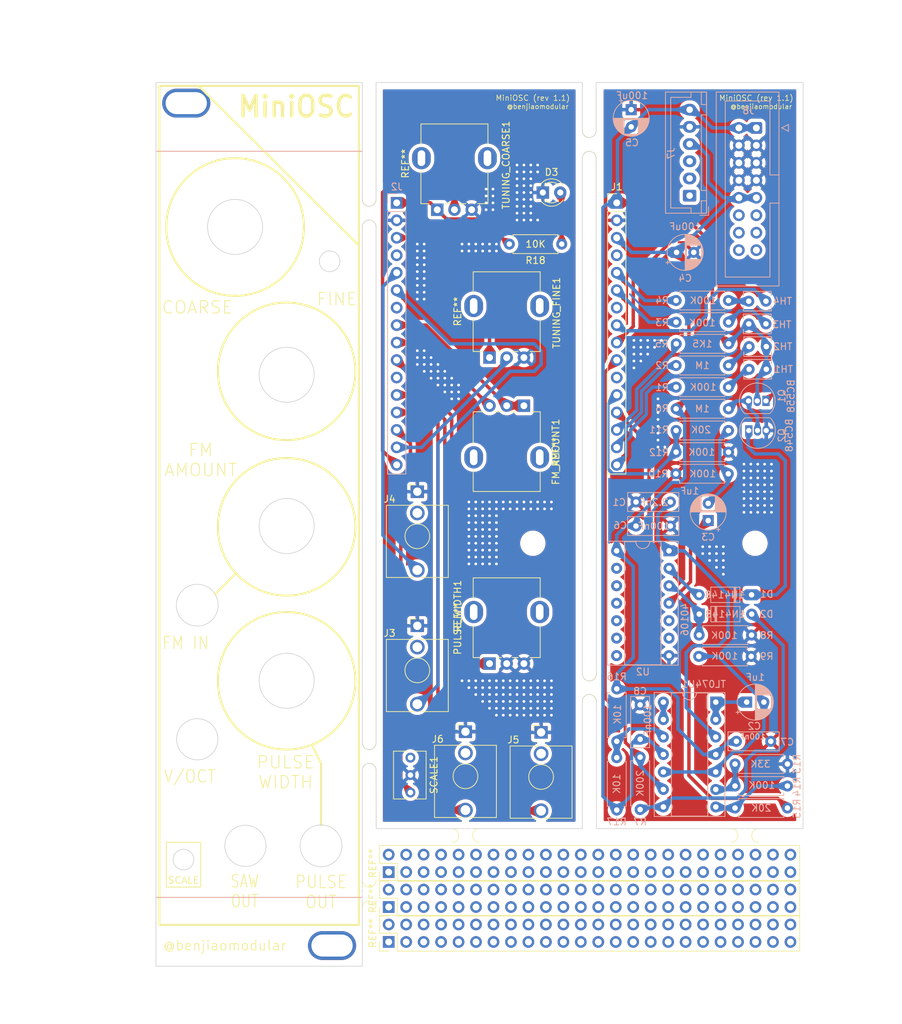
<source format=kicad_pcb>
(kicad_pcb (version 20221018) (generator pcbnew)
  (layers (0 "F.Cu" signal) (31 "B.Cu" signal) (34 "B.Paste" user) (35 "F.Paste" user) (36 "B.SilkS" user "B.Silkscreen") (37 "F.SilkS" user "F.Silkscreen") (38 "B.Mask" user) (39 "F.Mask" user) (44 "Edge.Cuts" user))
  (net 0 "")
  (net 1 "Earth")
  (net 2 "Net-(C1-Pad1)")
  (net 3 "Net-(C2-Pad2)")
  (net 4 "Net-(C2-Pad1)")
  (net 5 "Net-(C3-Pad1)")
  (net 6 "Net-(C3-Pad2)")
  (net 7 "+12V")
  (net 8 "-12V")
  (net 9 "Net-(D1-Pad2)")
  (net 10 "Net-(D2-Pad2)")
  (net 11 "Net-(D2-Pad1)")
  (net 12 "GND1")
  (net 13 "Net-(D3-Pad2)")
  (net 14 "/FrontPanel/FP_FM_AMT_P2")
  (net 15 "/FrontPanel/FP_FM_AMT_P3")
  (net 16 "Net-(J1-Pad16)")
  (net 17 "Net-(J1-Pad15)")
  (net 18 "SCALE")
  (net 19 "Net-(J1-Pad6)")
  (net 20 "Net-(J1-Pad5)")
  (net 21 "FP_12V_NEG")
  (net 22 "/FrontPanel/FP_12V_POS")
  (net 23 "/FrontPanel/FP_FM_IN")
  (net 24 "/FrontPanel/FP_V_OCT_IN")
  (net 25 "/FrontPanel/FP_SCALE")
  (net 26 "/FrontPanel/FP_FINE")
  (net 27 "/FrontPanel/FP_COARSE")
  (net 28 "PULSE_OUT")
  (net 29 "SAW_OUT")
  (net 30 "/FrontPanel/FP_PULSE_WIDTH")
  (net 31 "Net-(Q1-Pad3)")
  (net 32 "Net-(R1-Pad1)")
  (net 33 "Net-(R2-Pad1)")
  (net 34 "Net-(R3-Pad1)")
  (net 35 "Net-(R4-Pad1)")
  (net 36 "Net-(R13-Pad1)")
  (net 37 "Net-(R14-Pad2)")
  (net 38 "Net-(R16-Pad1)")
  (net 39 "Net-(U1-Pad13)")
  (net 40 "FM_AMT_P2")
  (net 41 "FM_AMT_P3")
  (net 42 "PULSE_WIDTH")
  (net 43 "/FrontPanel/FP_SAW_OUT")
  (net 44 "/FrontPanel/FP_PULSE_OUT")
  (net 45 "Net-(J8-Pad11)")
  (net 46 "Net-(J8-Pad13)")
  (net 47 "Net-(J8-Pad15)")
  (footprint "benjiaomodular:Potentiometer_RV09" (layer "F.Cu") (at 88.5 85 90)
    (fp_text reference "TUNING_FINE1")
    (fp_text value "100K")
  )
  (footprint "benjiaomodular:Potentiometer_RV09" (layer "F.Cu") (at 80.9 63.5 90)
    (fp_text reference "TUNING_COARSE1")
    (fp_text value "100K")
  )
  (footprint "Potentiometer_THT:Potentiometer_Bourns_3266Y_Vertical" (layer "F.Cu") (at 77 148.25 -90)
    (fp_text reference "SCALE1")
    (fp_text value "1K")
  )
  (footprint "Connector_Audio:Jack_3.5mm_QingPu_WQP-PJ398SM_Vertical_CircularHoles" (layer "F.Cu") (at 85 139.4)
    (fp_text reference "J6")
    (fp_text value "SAW_OUT")
  )
  (footprint "Connector_Audio:Jack_3.5mm_QingPu_WQP-PJ398SM_Vertical_CircularHoles" (layer "F.Cu") (at 96 139.5)
    (fp_text reference "J5")
    (fp_text value "PULSE_OUT")
  )
  (footprint "Connector_Audio:Jack_3.5mm_QingPu_WQP-PJ398SM_Vertical_CircularHoles" (layer "F.Cu") (at 78 104.5)
    (fp_text reference "J4")
    (fp_text value "FM_IN")
  )
  (footprint "Connector_Audio:Jack_3.5mm_QingPu_WQP-PJ398SM_Vertical_CircularHoles" (layer "F.Cu") (at 78 124)
    (fp_text reference "J3")
    (fp_text value "V_OCT_IN")
  )
  (footprint "benjiaomodular:Potentiometer_RV09" (layer "F.Cu") (at 93.5 92 -90)
    (fp_text reference "FM_AMOUNT1")
    (fp_text value "1M")
  )
  (footprint "benjiaomodular:Potentiometer_RV09" (layer "F.Cu") (at 88.5 129.5 90)
    (fp_text reference "PULSE_WIDTH1")
    (fp_text value "100K")
  )
  (footprint "LED_THT:LED_D3.0mm" (layer "F.Cu") (at 96.25 61)
    (fp_text reference "D3")
    (fp_text value "LED")
  )
  (footprint "Resistor_THT:R_Axial_DIN0207_L6.3mm_D2.5mm_P7.62mm_Horizontal" (layer "F.Cu") (at 99 68.5 180)
    (fp_text reference "R18")
    (fp_text value "10K")
  )
  (footprint "Connector_PinHeader_2.54mm:PinHeader_1x16_P2.54mm_Vertical" (layer "F.Cu") (at 107 62.5)
    (fp_text reference "J1")
    (fp_text value "Conn_01x16_Female")
  )
  (footprint "Panelization:mouse-bite-2mm-slot" (layer "F.Cu") (at 71 64 90)
    (fp_text reference "mouse-bite-2mm-slot" hide)
    (fp_text value "VAL**" hide)
  )
  (footprint "MountingHole:MountingHole_3.2mm_M3" (layer "F.Cu") (at 127.1 112)
    (fp_text reference "REF**" hide)
    (fp_text value "MountingHole_3.2mm_M3")
  )
  (footprint "MountingHole:MountingHole_3.2mm_M3" (layer "F.Cu") (at 94.8 112)
    (fp_text reference "REF**" hide)
    (fp_text value "MountingHole_3.2mm_M3")
  )
  (footprint "Panelization:mouse-bite-2mm-slot" (layer "F.Cu") (at 71 143 90)
    (fp_text reference "mouse-bite-2mm-slot" hide)
    (fp_text value "VAL**" hide)
  )
  (footprint "Panelization:mouse-bite-2mm-slot" (layer "F.Cu") (at 103 133 90)
    (fp_text reference "mouse-bite-2mm-slot" hide)
    (fp_text value "VAL**" hide)
  )
  (footprint "benjiaomodular:MountingHole_M3" (layer "F.Cu") (at 44.4 48)
    (fp_text reference "REF**")
    (fp_text value "MountingHole_M3")
  )
  (footprint "benjiaomodular:MountingHole_M3" (layer "F.Cu") (at 65.6 170.5)
    (fp_text reference "REF**")
    (fp_text value "MountingHole_M3")
  )
  (footprint "Panelization:mouse-bite-2mm-slot" (layer "F.Cu") (at 125.6272 154.4962 180)
    (fp_text reference "mouse-bite-2mm-slot" hide)
    (fp_text value "VAL**" hide)
  )
  (footprint "Panelization:mouse-bite-2mm-slot" (layer "F.Cu") (at 85.0272 154.4962 180)
    (fp_text reference "mouse-bite-2mm-slot" hide)
    (fp_text value "VAL**" hide)
  )
  (footprint "Panelization:mouse-bite-2mm-slot" (layer "F.Cu") (at 71 162.99 90)
    (fp_text reference "mouse-bite-2mm-slot" hide)
    (fp_text value "VAL**" hide)
  )
  (footprint "Panelization:mouse-bite-2mm-slot" (layer "F.Cu") (at 103 54 90)
    (fp_text reference "mouse-bite-2mm-slot" hide)
    (fp_text value "VAL**" hide)
  )
  (footprint "Connector_PinHeader_2.54mm:PinHeader_2x24_P2.54mm_Vertical" (layer "F.Cu") (at 73.8378 164.8968 90)
    (fp_text reference "REF**")
    (fp_text value "PinHeader_2x24_P2.54mm_Vertical")
  )
  (footprint "Connector_PinHeader_2.54mm:PinHeader_2x24_P2.54mm_Vertical" (layer "F.Cu") (at 73.8378 159.8168 90)
    (fp_text reference "REF**")
    (fp_text value "PinHeader_2x24_P2.54mm_Vertical")
  )
  (footprint "Connector_PinHeader_2.54mm:PinHeader_2x24_P2.54mm_Vertical" (layer "F.Cu") (at 73.8378 169.9768 90)
    (fp_text reference "REF**")
    (fp_text value "PinHeader_2x24_P2.54mm_Vertical")
  )
  (footprint "Capacitor_THT:C_Rect_L7.2mm_W2.5mm_P5.00mm_FKS2_FKP2_MKS2_MKP2" (layer "B.Cu") (at 124.4 140.8)
    (fp_text reference "C7")
    (fp_text value "100nF")
  )
  (footprint "Connector_PinSocket_2.54mm:PinSocket_1x16_P2.54mm_Vertical" (layer "B.Cu") (at 75 62.5 180)
    (fp_text reference "J2")
    (fp_text value "Conn_01x16_Male")
  )
  (footprint "Capacitor_THT:C_Rect_L7.2mm_W2.5mm_P5.00mm_FKS2_FKP2_MKS2_MKP2" (layer "B.Cu") (at 109.8 109.5)
    (fp_text reference "C6")
    (fp_text value "100nF")
  )
  (footprint "Resistor_THT:R_Axial_DIN0207_L6.3mm_D2.5mm_P7.62mm_Horizontal" (layer "B.Cu") (at 110.4 143.1 -90)
    (fp_text reference "R7")
    (fp_text value "200K")
  )
  (footprint "Capacitor_THT:C_Disc_D3.8mm_W2.6mm_P2.50mm" (layer "B.Cu") (at 128.7 76.8 180)
    (fp_text reference "TH4")
    (fp_text value "10K NTC")
  )
  (footprint "Connector_IDC:IDC-Header_2x08_P2.54mm_Vertical" (layer "B.Cu") (at 127.3 51.6 180)
    (fp_text reference "J8")
    (fp_text value "IDC_BUS")
  )
  (footprint "Resistor_THT:R_Axial_DIN0207_L6.3mm_D2.5mm_P7.62mm_Horizontal" (layer "B.Cu") (at 123.25 95.6 180)
    (fp_text reference "R11")
    (fp_text value "20K")
  )
  (footprint "Capacitor_THT:CP_Radial_D5.0mm_P2.50mm" (layer "B.Cu") (at 125.9 135.1)
    (fp_text reference "C2")
    (fp_text value "1uF")
  )
  (footprint "Resistor_THT:R_Axial_DIN0207_L6.3mm_D2.5mm_P7.62mm_Horizontal" (layer "B.Cu") (at 123.25 89.3 180)
    (fp_text reference "R1")
    (fp_text value "100K")
  )
  (footprint "Resistor_THT:R_Axial_DIN0207_L6.3mm_D2.5mm_P7.62mm_Horizontal" (layer "B.Cu") (at 124.2 147.3)
    (fp_text reference "R14")
    (fp_text value "100K")
  )
  (footprint "Capacitor_THT:C_Disc_D3.8mm_W2.6mm_P2.50mm" (layer "B.Cu") (at 126.2 80.1)
    (fp_text reference "TH3")
    (fp_text value "10K NTC")
  )
  (footprint "Connector_JST:JST_XH_B6B-XH-A_1x06_P2.50mm_Vertical" (layer "B.Cu") (at 117.6 61.45 90)
    (fp_text reference "J7")
    (fp_text value "JST_BUS")
  )
  (footprint "Resistor_THT:R_Axial_DIN0207_L6.3mm_D2.5mm_P7.62mm_Horizontal" (layer "B.Cu") (at 123.25 86.15 180)
    (fp_text reference "R2")
    (fp_text value "1M")
  )
  (footprint "Package_DIP:DIP-14_W7.62mm_Socket" (layer "B.Cu") (at 121.4 135.1 180)
    (fp_text reference "U1")
    (fp_text value "TL074")
  )
  (footprint "Capacitor_THT:C_Rect_L7.2mm_W2.5mm_P5.00mm_FKS2_FKP2_MKS2_MKP2" (layer "B.Cu") (at 114.8 106 180)
    (fp_text reference "C1")
    (fp_text value "2.2nF")
  )
  (footprint "Resistor_THT:R_Axial_DIN0207_L6.3mm_D2.5mm_P7.62mm_Horizontal" (layer "B.Cu") (at 126.6 125.35 180)
    (fp_text reference "R8")
    (fp_text value "100K")
  )
  (footprint "Resistor_THT:R_Axial_DIN0207_L6.3mm_D2.5mm_P7.62mm_Horizontal" (layer "B.Cu") (at 123.25 92.45 180)
    (fp_text reference "R6")
    (fp_text value "1M")
  )
  (footprint "Capacitor_THT:CP_Radial_D5.0mm_P2.50mm" (layer "B.Cu") (at 120.3 108.7 90)
    (fp_text reference "C3")
    (fp_text value "1uF")
  )
  (footprint "Package_DIP:DIP-14_W7.62mm_Socket" (layer "B.Cu") (at 114.6 113.1 180)
    (fp_text reference "U2")
    (fp_text value "40106")
  )
  (footprint "Resistor_THT:R_Axial_DIN0207_L6.3mm_D2.5mm_P7.62mm_Horizontal" (layer "B.Cu") (at 115.65 83)
    (fp_text reference "R5")
    (fp_text value "1K5")
  )
  (footprint "Resistor_THT:R_Axial_DIN0207_L6.3mm_D2.5mm_P7.62mm_Horizontal" (layer "B.Cu") (at 107 140.8 90)
    (fp_text reference "R16")
    (fp_text value "10K")
  )
  (footprint "Package_TO_SOT_THT:TO-92_Inline" (layer "B.Cu") (at 128.7 91.3 180)
    (fp_text reference "Q1")
    (fp_text value "BC558")
  )
  (footprint "Resistor_THT:R_Axial_DIN0207_L6.3mm_D2.5mm_P7.62mm_Horizontal" (layer "B.Cu") (at 123.25 79.85 180)
    (fp_text reference "R3")
    (fp_text value "100K")
  )
  (footprint "Resistor_THT:R_Axial_DIN0207_L6.3mm_D2.5mm_P7.62mm_Horizontal" (layer "B.Cu") (at 124.2 144.1)
    (fp_text reference "R13")
    (fp_text value "33K")
  )
  (footprint "Capacitor_THT:C_Disc_D3.8mm_W2.6mm_P2.50mm" (layer "B.Cu") (at 128.75 86.7 180)
    (fp_text reference "TH1")
    (fp_text value "10K NTC")
  )
  (footprint "Resistor_THT:R_Axial_DIN0207_L6.3mm_D2.5mm_P7.62mm_Horizontal" (layer "B.Cu") (at 123.25 76.7 180)
    (fp_text reference "R4")
    (fp_text value "100K")
  )
  (footprint "Capacitor_THT:C_Disc_D3.8mm_W2.6mm_P2.50mm" (layer "B.Cu") (at 128.75 83.4 180)
    (fp_text reference "TH2")
    (fp_text value "10K NTC")
  )
  (footprint "Package_TO_SOT_THT:TO-92_Inline" (layer "B.Cu") (at 126.2 95.6)
    (fp_text reference "Q2")
    (fp_text value "BC548")
  )
  (footprint "Capacitor_THT:CP_Radial_D5.0mm_P2.50mm" (layer "B.Cu") (at 115.7 69.7)
    (fp_text reference "C4")
    (fp_text value "100uF")
  )
  (footprint "Capacitor_THT:CP_Radial_D5.0mm_P2.50mm" (layer "B.Cu") (at 109.1 48.95 -90)
    (fp_text reference "C5")
    (fp_text value "100uF")
  )
  (footprint "Resistor_THT:R_Axial_DIN0207_L6.3mm_D2.5mm_P7.62mm_Horizontal" (layer "B.Cu") (at 115.6 101.9)
    (fp_text reference "R10")
    (fp_text value "100K")
  )
  (footprint "Resistor_THT:R_Axial_DIN0207_L6.3mm_D2.5mm_P7.62mm_Horizontal" (layer "B.Cu") (at 126.55 128.45 180)
    (fp_text reference "R9")
    (fp_text value "100K")
  )
  (footprint "Diode_THT:D_DO-35_SOD27_P7.62mm_Horizontal" (layer "B.Cu") (at 119 122.3)
    (fp_text reference "D2")
    (fp_text value "1N4148")
  )
  (footprint "Resistor_THT:R_Axial_DIN0207_L6.3mm_D2.5mm_P7.62mm_Horizontal" (layer "B.Cu") (at 123.25 98.75 180)
    (fp_text reference "R12")
    (fp_text value "100K")
  )
  (footprint "Capacitor_THT:C_Rect_L7.2mm_W2.5mm_P5.00mm_FKS2_FKP2_MKS2_MKP2" (layer "B.Cu") (at 110.4 135.5 -90)
    (fp_text reference "C8")
    (fp_text value "100nF")
  )
  (footprint "Resistor_THT:R_Axial_DIN0207_L6.3mm_D2.5mm_P7.62mm_Horizontal" (layer "B.Cu") (at 107 150.8 90)
    (fp_text reference "R17")
    (fp_text value "10K")
  )
  (footprint "Resistor_THT:R_Axial_DIN0207_L6.3mm_D2.5mm_P7.62mm_Horizontal" (layer "B.Cu") (at 124.2 150.5)
    (fp_text reference "R15")
    (fp_text value "20K")
  )
  (footprint "Diode_THT:D_DO-35_SOD27_P7.62mm_Horizontal" (layer "B.Cu") (at 126.6 119.5 180)
    (fp_text reference "D1")
    (fp_text value "1N4148")
  )
  (gr_line (start 70 55) (end 40 55) (stroke (width 0.15)) (layer "B.SilkS"))
  (gr_line (start 40 163.5) (end 70 163.5) (stroke (width 0.15)) (layer "B.SilkS"))
  (gr_line (start 48.5 119.5) (end 51.5 116.5) (stroke (width 0.3)) (layer "F.SilkS"))
  (gr_line (start 69.5 167.5) (end 69.5 66.5) (stroke (width 0.3)) (layer "F.SilkS"))
  (gr_line (start 69.5 45.5) (end 69.5 66.5) (stroke (width 0.3)) (layer "F.SilkS"))
  (gr_circle (center 59 109.611874) (end 69 109.5) (stroke (width 0.3)) (fill none) (layer "F.SilkS"))
  (gr_circle (center 51.5 66.012492) (end 61.512492 66.012492) (stroke (width 0.3)) (fill none) (layer "F.SilkS"))
  (gr_line (start 64 153) (end 64 144) (stroke (width 0.3)) (layer "F.SilkS"))
  (gr_line (start 46.5 162) (end 41.5 162) (stroke (width 0.15)) (layer "F.SilkS"))
  (gr_line (start 41.5 155.5) (end 46.5 155.5) (stroke (width 0.15)) (layer "F.SilkS"))
  (gr_circle (center 59 132) (end 69 132) (stroke (width 0.3)) (fill none) (layer "F.SilkS"))
  (gr_line (start 40.5 45.5) (end 69.5 45.5) (stroke (width 0.3)) (layer "F.SilkS"))
  (gr_line (start 46.5 155.5) (end 46.5 162) (stroke (width 0.15)) (layer "F.SilkS"))
  (gr_line (start 40.5 167.5) (end 69.5 167.5) (stroke (width 0.3)) (layer "F.SilkS"))
  (gr_line (start 46.3 45.6) (end 69.3 68.5) (stroke (width 0.3)) (layer "F.SilkS"))
  (gr_line (start 40.5 45.5) (end 40.5 167.5) (stroke (width 0.3)) (layer "F.SilkS"))
  (gr_line (start 64 144) (end 62.8 141.6) (stroke (width 0.3)) (layer "F.SilkS"))
  (gr_line (start 41.5 162) (end 41.5 155.5) (stroke (width 0.15)) (layer "F.SilkS"))
  (gr_circle (center 59 87) (end 69 87) (stroke (width 0.3)) (fill none) (layer "F.SilkS"))
  (gr_line (start 104 52) (end 104 45) (stroke (width 0.1)) (layer "Edge.Cuts"))
  (gr_line (start 72 62) (end 72 45) (stroke (width 0.1)) (layer "Edge.Cuts"))
  (gr_line (start 70 173.5) (end 40 173.5) (stroke (width 0.1)) (layer "Edge.Cuts"))
  (gr_line (start 72.025 153.5) (end 72 144.95) (stroke (width 0.1)) (layer "Edge.Cuts"))
  (gr_line (start 71.999261 141.038431) (end 72 66) (stroke (width 0.1)) (layer "Edge.Cuts"))
  (gr_line (start 69.998751 145) (end 70 173.5) (stroke (width 0.1)) (layer "Edge.Cuts"))
  (gr_line (start 102 131) (end 102 56) (stroke (width 0.1)) (layer "Edge.Cuts"))
  (gr_line (start 134.1 45) (end 122.55 45) (stroke (width 0.1)) (layer "Edge.Cuts"))
  (gr_line (start 122.55 153.5) (end 134.1 153.5) (stroke (width 0.1)) (layer "Edge.Cuts"))
  (gr_line (start 40 45) (end 40 173.5) (stroke (width 0.1)) (layer "Edge.Cuts"))
  (gr_circle (center 46 140.5) (end 49 140.5) (stroke (width 0.1)) (fill none) (layer "Edge.Cuts"))
  (gr_line (start 104 45) (end 122.55 45) (stroke (width 0.1)) (layer "Edge.Cuts"))
  (gr_line (start 70 66) (end 70 141) (stroke (width 0.1)) (layer "Edge.Cuts"))
  (gr_circle (center 53 156) (end 56 156) (stroke (width 0.1)) (fill none) (layer "Edge.Cuts"))
  (gr_line (start 104 56) (end 104.05 131) (stroke (width 0.1)) (layer "Edge.Cuts"))
  (gr_arc (start 71.999261 141.038431) (mid 70.980781 141.999815) (end 70 141) (stroke (width 0.1)) (layer "Edge.Cuts"))
  (gr_line (start 70 45) (end 70 62) (stroke (width 0.1)) (layer "Edge.Cuts"))
  (gr_circle (center 59 109.5) (end 63 109.5) (stroke (width 0.1)) (fill none) (layer "Edge.Cuts"))
  (gr_arc (start 69.998751 145) (mid 70.974992 143.999063) (end 72 144.95) (stroke (width 0.1)) (layer "Edge.Cuts"))
  (gr_circle (center 46 121) (end 49 121.5) (stroke (width 0.1)) (fill none) (layer "Edge.Cuts"))
  (gr_line (start 72 45) (end 102 45) (stroke (width 0.1)) (layer "Edge.Cuts"))
  (gr_arc (start 102 134.979905) (mid 103.034851 133.975049) (end 104.049803 135) (stroke (width 0.1)) (layer "Edge.Cuts"))
  (gr_circle (center 64 156) (end 67 156.5) (stroke (width 0.1)) (fill none) (layer "Edge.Cuts"))
  (gr_line (start 102 45) (end 102 52) (stroke (width 0.1)) (layer "Edge.Cuts"))
  (gr_line (start 122.55 153.5) (end 104.05 153.5) (stroke (width 0.1)) (layer "Edge.Cuts"))
  (gr_circle (center 51.5 66) (end 55.5 66) (stroke (width 0.1)) (fill none) (layer "Edge.Cuts"))
  (gr_line (start 102 153.5) (end 72.025 153.5) (stroke (width 0.1)) (layer "Edge.Cuts"))
  (gr_line (start 134.1 45) (end 134.1 153.5) (stroke (width 0.1)) (layer "Edge.Cuts"))
  (gr_arc (start 102 56) (mid 103 55) (end 104 56) (stroke (width 0.1)) (layer "Edge.Cuts"))
  (gr_arc (start 104 52) (mid 103 53) (end 102 52) (stroke (width 0.1)) (layer "Edge.Cuts"))
  (gr_line (start 102 134.979905) (end 102 153.5) (stroke (width 0.1)) (layer "Edge.Cuts"))
  (gr_line (start 104.05 153.5) (end 104.049803 135) (stroke (width 0.1)) (layer "Edge.Cuts"))
  (gr_circle (center 44 158) (end 45.5 158) (stroke (width 0.1)) (fill none) (layer "Edge.Cuts"))
  (gr_circle (center 59 132) (end 63 132) (stroke (width 0.1)) (fill none) (layer "Edge.Cuts"))
  (gr_circle (center 65.25 71) (end 66.75 71) (stroke (width 0.1)) (fill none) (layer "Edge.Cuts"))
  (gr_circle (center 59 87.5) (end 63 87.5) (stroke (width 0.1)) (fill none) (layer "Edge.Cuts"))
  (gr_line (start 40 45) (end 70 45) (stroke (width 0.1)) (layer "Edge.Cuts"))
  (gr_arc (start 70 66) (mid 71 65) (end 72 66) (stroke (width 0.1)) (layer "Edge.Cuts"))
  (gr_arc (start 72 62) (mid 71 63) (end 70 62) (stroke (width 0.1)) (layer "Edge.Cuts"))
  (gr_arc (start 104.05 131) (mid 103.025 132.025) (end 102 131) (stroke (width 0.1)) (layer "Edge.Cuts"))
  (gr_text "MiniOSC (rev 1.1)" (at 100.25 47.25) (layer "F.SilkS") (effects (font (size 0.8 0.8) (thickness 0.1)) (justify right)))
  (gr_text "MiniOSC (rev 1.1)" (at 132.75 47.25) (layer "F.SilkS") (effects (font (size 0.8 0.8) (thickness 0.1)) (justify right)))
  (gr_text "@benjiaomodular" (at 95.5 48.5) (layer "F.SilkS") (effects (font (size 0.7 0.7) (thickness 0.1))))
  (gr_text "@benjiaomodular" (at 128 48.5) (layer "F.SilkS") (effects (font (size 0.7 0.7) (thickness 0.1))))
  (gr_text "FM IN" (at 44.3 126.5) (layer "F.SilkS") (effects (font (size 1.8 1.6))))
  (gr_text "V/OCT" (at 44.9 145.9) (layer "F.SilkS") (effects (font (size 1.8 1.6))))
  (gr_text "COARSE" (at 46 77.7) (layer "F.SilkS") (effects (font (size 1.8 1.8))))
  (gr_text "SAW\nOUT" (at 52.9 162.6) (layer "F.SilkS") (effects (font (size 1.8 1.4))))
  (gr_text "SCALE" (at 44 161) (layer "F.SilkS") (effects (font (size 1 1))))
  (gr_text "MiniOSC" (at 60.4 48.5) (layer "F.SilkS") (effects (font (size 3 2.8) (thickness 0.5))))
  (gr_text "PULSE\nOUT" (at 64 162.7) (layer "F.SilkS") (effects (font (size 1.8 1.6))))
  (gr_text "@benjiaomodular" (at 50 170.5) (layer "F.SilkS") (effects (font (size 1.4 1.4))))
  (gr_text "FINE" (at 66.3 76.5) (layer "F.SilkS") (effects (font (size 1.8 1.8))))
  (gr_text "FM\nAMOUNT" (at 46.5 99.9) (layer "F.SilkS") (effects (font (size 1.8 1.8))))
  (gr_text "PULSE\nWIDTH" (at 58.856124 145.289888) (layer "F.SilkS") (effects (font (size 1.8 1.8))))
  (via (at 128.5 103.5) (size 0.8) (drill 0.4) (layers "F.Cu" "B.Cu") (net 1))
  (via (at 126.5 105.5) (size 0.8) (drill 0.4) (layers "F.Cu" "B.Cu") (net 1))
  (via (at 109.5 85.5) (size 0.8) (drill 0.4) (layers "F.Cu" "B.Cu") (net 1))
  (via (at 110.5 83.5) (size 0.8) (drill 0.4) (layers "F.Cu" "B.Cu") (net 1))
  (via (at 120.5 113.5) (size 0.8) (drill 0.4) (layers "F.Cu" "B.Cu") (net 1))
  (via (at 127.5 102.5) (size 0.8) (drill 0.4) (layers "F.Cu" "B.Cu") (net 1))
  (via (at 129.5 104.5) (size 0.8) (drill 0.4) (layers "F.Cu" "B.Cu") (net 1))
  (via (at 125.5 107.5) (size 0.8) (drill 0.4) (layers "F.Cu" "B.Cu") (net 1))
  (via (at 128.5 105.5) (size 0.8) (drill 0.4) (layers "F.Cu" "B.Cu") (net 1))
  (via (at 128.5 100.5) (size 0.8) (drill 0.4) (layers "F.Cu" "B.Cu") (net 1))
  (via (at 126.5 103.5) (size 0.8) (drill 0.4) (layers "F.Cu" "B.Cu") (net 1))
  (via (at 128.5 107.5) (size 0.8) (drill 0.4) (layers "F.Cu" "B.Cu") (net 1))
  (via (at 128.5 106.5) (size 0.8) (drill 0.4) (layers "F.Cu" "B.Cu") (net 1))
  (via (at 125.5 104.5) (size 0.8) (drill 0.4) (layers "F.Cu" "B.Cu") (net 1))
  (via (at 127.5 104.5) (size 0.8) (drill 0.4) (layers "F.Cu" "B.Cu") (net 1))
  (via (at 129.5 101.5) (size 0.8) (drill 0.4) (layers "F.Cu" "B.Cu") (net 1))
  (via (at 127.5 107.5) (size 0.8) (drill 0.4) (layers "F.Cu" "B.Cu") (net 1))
  (via (at 113 94) (size 0.8) (drill 0.4) (layers "F.Cu" "B.Cu") (net 1))
  (via (at 122.5 114.5) (size 0.8) (drill 0.4) (layers "F.Cu" "B.Cu") (net 1))
  (via (at 113 93) (size 0.8) (drill 0.4) (layers "F.Cu" "B.Cu") (net 1))
  (via (at 109.5 84.5) (size 0.8) (drill 0.4) (layers "F.Cu" "B.Cu") (net 1))
  (via (at 127.5 100.5) (size 0.8) (drill 0.4) (layers "F.Cu" "B.Cu") (net 1))
  (via (at 113 97) (size 0.8) (drill 0.4) (layers "F.Cu" "B.Cu") (net 1))
  (via (at 129.5 105.5) (size 0.8) (drill 0.4) (layers "F.Cu" "B.Cu") (net 1))
  (via (at 109.5 83.5) (size 0.8) (drill 0.4) (layers "F.Cu" "B.Cu") (net 1))
  (via (at 129.5 100.5) (size 0.8) (drill 0.4) (layers "F.Cu" "B.Cu") (net 1))
  (via (at 121.5 114.5) (size 0.8) (drill 0.4) (layers "F.Cu" "B.Cu") (net 1))
  (via (at 110.5 82.5) (size 0.8) (drill 0.4) (layers "F.Cu" "B.Cu") (net 1))
  (via (at 129.5 102.5) (size 0.8) (drill 0.4) (layers "F.Cu" "B.Cu") (net 1))
  (via (at 113.5 82.5) (size 0.8) (drill 0.4) (layers "F.Cu" "B.Cu") (net 1))
  (via (at 122.5 115.5) (size 0.8) (drill 0.4) (layers "F.Cu" "B.Cu") (net 1))
  (via (at 122.5 116.5) (size 0.8) (drill 0.4) (layers "F.Cu" "B.Cu") (net 1))
  (via (at 127.5 106.5) (size 0.8) (drill 0.4) (layers "F.Cu" "B.Cu") (net 1))
  (via (at 129.5 107.5) (size 0.8) (drill 0.4) (layers "F.Cu" "B.Cu") (net 1))
  (via (at 113 95) (size 0.8) (drill 0.4) (layers "F.Cu" "B.Cu") (net 1))
  (via (at 129.5 103.5) (size 0.8) (drill 0.4) (layers "F.Cu" "B.Cu") (net 1))
  (via (at 121.5 112.5) (size 0.8) (drill 0.4) (layers "F.Cu" "B.Cu") (net 1))
  (via (at 112.5 83.5) (size 0.8) (drill 0.4) (layers "F.Cu" "B.Cu") (net 1))
  (via (at 126.5 102.5) (size 0.8) (drill 0.4) (layers "F.Cu" "B.Cu") (net 1))
  (via (at 109.5 86.5) (size 0.8) (drill 0.4) (layers "F.Cu" "B.Cu") (net 1))
  (via (at 125.5 101.5) (size 0.8) (drill 0.4) (layers "F.Cu" "B.Cu") (net 1))
  (via (at 125.5 103.5) (size 0.8) (drill 0.4) (layers "F.Cu" "B.Cu") (net 1))
  (via (at 126.5 101.5) (size 0.8) (drill 0.4) (layers "F.Cu" "B.Cu") (net 1))
  (via (at 126.5 104.5) (size 0.8) (drill 0.4) (layers "F.Cu" "B.Cu") (net 1))
  (via (at 112.5 82.5) (size 0.8) (drill 0.4) (layers "F.Cu" "B.Cu") (net 1))
  (via (at 126.5 100.5) (size 0.8) (drill 0.4) (layers "F.Cu" "B.Cu") (net 1))
  (via (at 111.5 83.5) (size 0.8) (drill 0.4) (layers "F.Cu" "B.Cu") (net 1))
  (via (at 113 91) (size 0.8) (drill 0.4) (layers "F.Cu" "B.Cu") (net 1))
  (via (at 125.5 105.5) (size 0.8) (drill 0.4) (layers "F.Cu" "B.Cu") (net 1))
  (via (at 126.5 107.5) (size 0.8) (drill 0.4) (layers "F.Cu" "B.Cu") (net 1))
  (via (at 120.5 112.5) (size 0.8) (drill 0.4) (layers "F.Cu" "B.Cu") (net 1))
  (via (at 127.5 103.5) (size 0.8) (drill 0.4) (layers "F.Cu" "B.Cu") (net 1))
  (via (at 122.5 113.5) (size 0.8) (drill 0.4) (layers "F.Cu" "B.Cu") (net 1))
  (via (at 127.5 105.5) (size 0.8) (drill 0.4) (layers "F.Cu" "B.Cu") (net 1))
  (via (at 113 98) (size 0.8) (drill 0.4) (layers "F.Cu" "B.Cu") (net 1))
  (via (at 125.5 102.5) (size 0.8) (drill 0.4) (layers "F.Cu" "B.Cu") (net 1))
  (via (at 128.5 102.5) (size 0.8) (drill 0.4) (layers "F.Cu" "B.Cu") (net 1))
  (via (at 110.5 84.5) (size 0.8) (drill 0.4) (layers "F.Cu" "B.Cu") (net 1))
  (via (at 111.5 84.5) (size 0.8) (drill 0.4) (layers "F.Cu" "B.Cu") (net 1))
  (via (at 121.5 115.5) (size 0.8) (drill 0.4) (layers "F.Cu" "B.Cu") (net 1))
  (via (at 113 92) (size 0.8) (drill 0.4) (layers "F.Cu" "B.Cu") (net 1))
  (via (at 111.5 82.5) (size 0.8) (drill 0.4) (layers "F.Cu" "B.Cu") (net 1))
  (via (at 126.5 106.5) (size 0.8) (drill 0.4) (layers "F.Cu" "B.Cu") (net 1))
  (via (at 128.5 104.5) (size 0.8) (drill 0.4) (layers "F.Cu" "B.Cu") (net 1))
  (via (at 110.5 85.5) (size 0.8) (drill 0.4) (layers "F.Cu" "B.Cu") (net 1))
  (via (at 127.5 101.5) (size 0.8) (drill 0.4) (layers "F.Cu" "B.Cu") (net 1))
  (via (at 114 98) (size 0.8) (drill 0.4) (layers "F.Cu" "B.Cu") (net 1))
  (via (at 121.5 113.5) (size 0.8) (drill 0.4) (layers "F.Cu" "B.Cu") (net 1))
  (via (at 109.5 82.5) (size 0.8) (drill 0.4) (layers "F.Cu" "B.Cu") (net 1))
  (via (at 122.5 112.5) (size 0.8) (drill 0.4) (layers "F.Cu" "B.Cu") (net 1))
  (via (at 119.5 112.5) (size 0.8) (drill 0.4) (layers "F.Cu" "B.Cu") (net 1))
  (via (at 119.5 113.5) (size 0.8) (drill 0.4) (layers "F.Cu" "B.Cu") (net 1))
  (via (at 128.5 101.5) (size 0.8) (drill 0.4) (layers "F.Cu" "B.Cu") (net 1))
  (via (at 125.5 106.5) (size 0.8) (drill 0.4) (layers "F.Cu" "B.Cu") (net 1))
  (via (at 129.5 106.5) (size 0.8) (drill 0.4) (layers "F.Cu" "B.Cu") (net 1))
  (via (at 113 96) (size 0.8) (drill 0.4) (layers "F.Cu" "B.Cu") (net 1))
  (via (at 125.5 100.5) (size 0.8) (drill 0.4) (layers "F.Cu" "B.Cu") (net 1))
  (via (at 120.5 114.5) (size 0.8) (drill 0.4) (layers "F.Cu" "B.Cu") (net 1))
  (segment (start 117.1 135.88) (end 117.1 127.9) (width 0.5) (layer "B.Cu") (net 2))
  (segment (start 126.6 119.5) (end 123.2 119.5) (width 0.5) (layer "B.Cu") (net 2))
  (segment (start 116.8 113.1) (end 114.6 113.1) (width 0.5) (layer "B.Cu") (net 2))
  (segment (start 131.5 100) (end 131.5 118.2) (width 0.5) (layer "B.Cu") (net 2))
  (segment (start 127.1 99) (end 130.5 99) (width 0.5) (layer "B.Cu") (net 2))
  (segment (start 121.8 126.9) (end 123.2 125.5) (width 0.5) (layer "B.Cu") (net 2))
  (segment (start 131.5 118.2) (end 130.2 119.5) (width 0.5) (layer "B.Cu") (net 2))
  (segment (start 126.2 95.6) (end 126.1 95.7) (width 0.5) (layer "B.Cu") (net 2))
  (segment (start 113 107.8) (end 113 111.5) (width 0.5) (layer "B.Cu") (net 2))
  (segment (start 126.1 95.7) (end 126.1 98) (width 0.5) (layer "B.Cu") (net 2))
  (segment (start 126.1 98) (end 127.1 99) (width 0.5) (layer "B.Cu") (net 2))
  (segment (start 113 111.5) (end 114.6 113.1) (width 0.5) (layer "B.Cu") (net 2))
  (segment (start 117.1 127.9) (end 118.1 126.9) (width 0.5) (layer "B.Cu") (net 2))
  (segment (start 114.8 106) (end 113 107.8) (width 0.5) (layer "B.Cu") (net 2))
  (segment (start 130.5 99) (end 131.5 100) (width 0.5) (layer "B.Cu") (net 2))
  (segment (start 123.2 119.5) (end 116.8 113.1) (width 0.5) (layer "B.Cu") (net 2))
  (segment (start 121.4 140.18) (end 117.1 135.88) (width 0.5) (layer "B.Cu") (net 2))
  (segment (start 123.2 125.5) (end 123.2 119.5) (width 0.5) (layer "B.Cu") (net 2))
  (segment (start 130.2 119.5) (end 126.6 119.5) (width 0.5) (layer "B.Cu") (net 2))
  (segment (start 118.1 126.9) (end 121.8 126.9) (width 0.5) (layer "B.Cu") (net 2))
  (segment (start 121.75 128.45) (end 118.93 128.45) (width 0.5) (layer "B.Cu") (net 3))
  (segment (start 128.4 135.1) (end 128.4 139.1) (width 0.5) (layer "B.Cu") (net 3))
  (segment (start 128.4 139.1) (end 125.2 142.3) (width 0.5) (layer "B.Cu") (net 3))
  (segment (start 125.2 142.3) (end 124 142.3) (width 0.5) (layer "B.Cu") (net 3))
  (segment (start 128.4 135.1) (end 121.75 128.45) (width 0.5) (layer "B.Cu") (net 3))
  (segment (start 121.4 144.9) (end 121.4 145.26) (width 0.5) (layer "B.Cu") (net 3))
  (segment (start 124 142.3) (end 121.4 144.9) (width 0.5) (layer "B.Cu") (net 3))
  (segment (start 113.78 145.26) (end 121.4 145.26) (width 0.5) (layer "B.Cu") (net 3))
  (segment (start 125.9 135.1) (end 121.4 135.1) (width 0.5) (layer "B.Cu") (net 4))
  (segment (start 121.4 135.1) (end 121.4 137.64) (width 0.5) (layer "B.Cu") (net 4))
  (segment (start 117.729999 117.590001) (end 114.6 120.72) (width 0.5) (layer "F.Cu") (net 5))
  (segment (start 114.68 120.72) (end 114.6 120.72) (width 0.5) (layer "F.Cu") (net 5))
  (segment (start 117.729999 111.270001) (end 117.729999 117.590001) (width 0.5) (layer "F.Cu") (net 5))
  (segment (start 120.3 108.7) (end 117.729999 111.270001) (width 0.5) (layer "F.Cu") (net 5))
  (segment (start 121.999999 100.679999) (end 123.22 101.9) (width 0.5) (layer "B.Cu") (net 6))
  (segment (start 123.25 95.6) (end 121.999999 96.850001) (width 0.5) (layer "B.Cu") (net 6))
  (segment (start 123.22 103.28) (end 120.3 106.2) (width 0.5) (layer "B.Cu") (net 6))
  (segment (start 121.999999 96.850001) (end 121.999999 100.679999) (width 0.5) (layer "B.Cu") (net 6))
  (segment (start 123.22 101.9) (end 123.22 103.28) (width 0.5) (layer "B.Cu") (net 6))
  (segment (start 115.7 69.7) (end 117.5 71.5) (width 0.5) (layer "F.Cu") (net 7))
  (segment (start 117.5 71.5) (end 117.5 90.58) (width 0.5) (layer "F.Cu") (net 7))
  (segment (start 117.5 90.58) (end 115.63 92.45) (width 0.5) (layer "F.Cu") (net 7))
  (segment (start 114.58 133.18) (end 115.9 134.5) (width 0.5) (layer "B.Cu") (net 7))
  (segment (start 109.17 69.7) (end 107.05 67.58) (width 0.5) (layer "B.Cu") (net 7))
  (segment (start 116.880001 102.470001) (end 116.880001 93.700001) (width 0.5) (layer "B.Cu") (net 7))
  (segment (start 115.9 134.5) (end 115.9 139) (width 0.5) (layer "B.Cu") (net 7))
  (segment (start 109.8 109.5) (end 108.3 109.5) (width 0.5) (layer "B.Cu") (net 7))
  (segment (start 118.55 53.95) (end 120.3 55.7) (width 0.5) (layer "B.Cu") (net 7))
  (segment (start 107 110.8) (end 107 113.08) (width 0.5) (layer "B.Cu") (net 7))
  (segment (start 107 133.18) (end 114.58 133.18) (width 0.5) (layer "B.Cu") (net 7))
  (segment (start 122.56 61.76) (end 123.64 61.76) (width 0.5) (layer "B.Cu") (net 7))
  (segment (start 116.880001 93.700001) (end 115.63 92.45) (width 0.5) (layer "B.Cu") (net 7))
  (segment (start 116.200001 103.150001) (end 116.880001 102.470001) (width 0.5) (layer "B.Cu") (net 7))
  (segment (start 108.3 109.5) (end 107 110.8) (width 0.5) (layer "B.Cu") (net 7))
  (segment (start 120.3 59.5) (end 122.56 61.76) (width 0.5) (layer "B.Cu") (net 7))
  (segment (start 107.1 113.1) (end 106.98 113.1) (width 0.5) (layer "B.Cu") (net 7))
  (segment (start 109.8 108.36863) (end 115.018629 103.150001) (width 0.5) (layer "B.Cu") (net 7))
  (segment (start 117.6 53.95) (end 118.55 53.95) (width 0.5) (layer "B.Cu") (net 7))
  (segment (start 115.9 139) (end 119.62 142.72) (width 0.5) (layer "B.Cu") (net 7))
  (segment (start 109.4 128.6) (end 109.4 115.4) (width 0.5) (layer "B.Cu") (net 7))
  (segment (start 119.62 142.72) (end 121.4 142.72) (width 0.5) (layer "B.Cu") (net 7))
  (segment (start 124.4 140.8) (end 123.32 140.8) (width 0.5) (layer "B.Cu") (net 7))
  (segment (start 120.3 55.7) (end 120.3 59.5) (width 0.5) (layer "B.Cu") (net 7))
  (segment (start 107 131) (end 109.4 128.6) (width 0.5) (layer "B.Cu") (net 7))
  (segment (start 107 113.08) (end 106.98 113.1) (width 0.5) (layer "B.Cu") (net 7))
  (segment (start 115.018629 103.150001) (end 116.200001 103.150001) (width 0.5) (layer "B.Cu") (net 7))
  (segment (start 115.7 69.7) (end 109.17 69.7) (width 0.5) (layer "B.Cu") (net 7))
  (segment (start 127.3 61.76) (end 124.76 61.76) (width 0.5) (layer "B.Cu") (net 7))
  (segment (start 107 133.18) (end 107 131) (width 0.5) (layer "B.Cu") (net 7))
  (segment (start 109.8 109.5) (end 109.8 108.36863) (width 0.5) (layer "B.Cu") (net 7))
  (segment (start 109.4 115.4) (end 107.1 113.1) (width 0.5) (layer "B.Cu") (net 7))
  (segment (start 124.76 61.76) (end 123.64 61.76) (width 0.5) (layer "B.Cu") (net 7))
  (segment (start 123.64 61.76) (end 115.7 69.7) (width 0.5) (layer "B.Cu") (net 7))
  (segment (start 123.32 140.8) (end 121.4 142.72) (width 0.5) (layer "B.Cu") (net 7))
  (segment (start 130.2 89.8) (end 130.2 75.8) (width 0.5) (layer "F.Cu") (net 8))
  (segment (start 130.2 75.8) (end 128.3 73.9) (width 0.5) (layer "F.Cu") (net 8))
  (segment (start 128.7 91.3) (end 130.2 89.8) (width 0.5) (layer "F.Cu") (net 8))
  (segment (start 114.889962 62.5) (end 107.05 62.5) (width 0.5) (layer "F.Cu") (net 8))
  (segment (start 128.3 73.9) (end 126.289962 73.9) (width 0.5) (layer "F.Cu") (net 8))
  (segment (start 126.289962 73.9) (end 114.889962 62.5) (width 0.5) (layer "F.Cu") (net 8))
  (segment (start 104.999989 63.200011) (end 105.7 62.5) (width 0.5) (layer "B.Cu") (net 8))
  (segment (start 109.8 140.5) (end 109.149999 141.150001) (width 0.5) (layer "B.Cu") (net 8))
  (segment (start 107 150.8) (end 104.999989 148.799989) (width 0.5) (layer "B.Cu") (net 8))
  (segment (start 117.6 48.95) (end 111.6 48.95) (width 0.5) (layer "B.Cu") (net 8))
  (segment (start 118.25 48.95) (end 117.6 48.95) (width 0.5) (layer "B.Cu") (net 8))
  (segment (start 111.6 48.95) (end 109.1 51.45) (width 0.5) (layer "B.Cu") (net 8))
  (segment (start 107.1 53.45) (end 107.1 62.45) (width 0.5) (layer "B.Cu") (net 8))
  (segment (start 105.7 62.5) (end 107.05 62.5) (width 0.5) (layer "B.Cu") (net 8))
  (segment (start 124.76 51.6) (end 120.9 51.6) (width 0.5) (layer "B.Cu") (net 8))
  (segment (start 104.999989 148.799989) (end 104.999989 63.200011) (width 0.5) (layer "B.Cu") (net 8))
  (segment (start 109.149999 141.150001) (end 109.149999 148.650001) (width 0.5) (layer "B.Cu") (net 8))
  (segment (start 107.1 62.45) (end 107.05 62.5) (width 0.5) (layer "B.Cu") (net 8))
  (segment (start 113.78 142.68) (end 111.6 140.5) (width 0.5) (layer "B.Cu") (net 8))
  (segment (start 113.78 142.72) (end 113.78 142.68) (width 0.5) (layer "B.Cu") (net 8))
  (segment (start 120.9 51.6) (end 118.25 48.95) (width 0.5) (layer "B.Cu") (net 8))
  (segment (start 111.6 140.5) (end 110.4 140.5) (width 0.5) (layer "B.Cu") (net 8))
  (segment (start 109.149999 148.650001) (end 107 150.8) (width 0.5) (layer "B.Cu") (net 8))
  (segment (start 110.4 140.5) (end 109.8 140.5) (width 0.5) (layer "B.Cu") (net 8))
  (segment (start 127.3 51.6) (end 124.76 51.6) (width 0.5) (layer "B.Cu") (net 8))
  (segment (start 109.1 51.45) (end 107.1 53.45) (width 0.5) (layer "B.Cu") (net 8))
  (segment (start 118.46 119.5) (end 118.98 119.5) (width 0.5) (layer "B.Cu") (net 9))
  (segment (start 114.6 115.64) (end 118.46 119.5) (width 0.5) (layer "B.Cu") (net 9))
  (segment (start 127.2 142.2) (end 125.8 143.6) (width 0.5) (layer "B.Cu") (net 10))
  (segment (start 131.2 126.88) (end 131.2 141.4) (width 0.5) (layer "B.Cu") (net 10))
  (segment (start 124.549999 149.050001) (end 115.069999 149.050001) (width 0.5) (layer "B.Cu") (net 10))
  (segment (start 125.8 147.8) (end 124.549999 149.050001) (width 0.5) (layer "B.Cu") (net 10))
  (segment (start 110.78 150.34) (end 110.4 150.72) (width 0.5) (layer "B.Cu") (net 10))
  (segment (start 131.2 141.4) (end 130.4 142.2) (width 0.5) (layer "B.Cu") (net 10))
  (segment (start 130.4 142.2) (end 127.2 142.2) (width 0.5) (layer "B.Cu") (net 10))
  (segment (start 113.78 150.34) (end 110.78 150.34) (width 0.5) (layer "B.Cu") (net 10))
  (segment (start 125.8 143.6) (end 125.8 147.8) (width 0.5) (layer "B.Cu") (net 10))
  (segment (start 115.069999 149.050001) (end 113.78 150.34) (width 0.5) (layer "B.Cu") (net 10))
  (segment (start 126.62 122.3) (end 131.2 126.88) (width 0.5) (layer "B.Cu") (net 10))
  (segment (start 119 122) (end 115.18 118.18) (width 0.5) (layer "B.Cu") (net 11))
  (segment (start 119 125.33) (end 118.98 125.35) (width 0.5) (layer "B.Cu") (net 11))
  (segment (start 115.18 118.18) (end 114.6 118.18) (width 0.5) (layer "B.Cu") (net 11))
  (segment (start 119 122.3) (end 119 122) (width 0.5) (layer "B.Cu") (net 11))
  (segment (start 119 122.3) (end 119 125.33) (width 0.5) (layer "B.Cu") (net 11))
  (via (at 89.5 111) (size 0.8) (drill 0.4) (layers "F.Cu" "B.Cu") (net 12))
  (via (at 78 71.5) (size 0.8) (drill 0.4) (layers "F.Cu" "B.Cu") (net 12))
  (via (at 80 87) (size 0.8) (drill 0.4) (layers "F.Cu" "B.Cu") (net 12))
  (via (at 86.5 68.5) (size 0.8) (drill 0.4) (layers "F.Cu" "B.Cu") (net 12))
  (via (at 95.5 134) (size 0.8) (drill 0.4) (layers "F.Cu" "B.Cu") (net 12))
  (via (at 89 61.5) (size 0.8) (drill 0.4) (layers "F.Cu" "B.Cu") (net 12))
  (via (at 79 76.5) (size 0.8) (drill 0.4) (layers "F.Cu" "B.Cu") (net 12))
  (via (at 89.5 115) (size 0.8) (drill 0.4) (layers "F.Cu" "B.Cu") (net 12))
  (via (at 91.5 133) (size 0.8) (drill 0.4) (layers "F.Cu" "B.Cu") (net 12))
  (via (at 89.5 134) (size 0.8) (drill 0.4) (layers "F.Cu" "B.Cu") (net 12))
  (via (at 93.5 63) (size 0.8) (drill 0.4) (layers "F.Cu" "B.Cu") (net 12))
  (via (at 80 86) (size 0.8) (drill 0.4) (layers "F.Cu" "B.Cu") (net 12))
  (via (at 95.5 133) (size 0.8) (drill 0.4) (layers "F.Cu" "B.Cu") (net 12))
  (via (at 87.5 135) (size 0.8) (drill 0.4) (layers "F.Cu" "B.Cu") (net 12))
  (via (at 97.5 134) (size 0.8) (drill 0.4) (layers "F.Cu" "B.Cu") (net 12))
  (via (at 94.5 63) (size 0.8) (drill 0.4) (layers "F.Cu" "B.Cu") (net 12))
  (via (at 79 73.5) (size 0.8) (drill 0.4) (layers "F.Cu" "B.Cu") (net 12))
  (via (at 85.5 111) (size 0.8) (drill 0.4) (layers "F.Cu" "B.Cu") (net 12))
  (via (at 92.5 137) (size 0.8) (drill 0.4) (layers "F.Cu" "B.Cu") (net 12))
  (via (at 78 74.5) (size 0.8) (drill 0.4) (layers "F.Cu" "B.Cu") (net 12))
  (via (at 88.5 136) (size 0.8) (drill 0.4) (layers "F.Cu" "B.Cu") (net 12))
  (via (at 78 85) (size 0.8) (drill 0.4) (layers "F.Cu" "B.Cu") (net 12))
  (via (at 86.5 109) (size 0.8) (drill 0.4) (layers "F.Cu" "B.Cu") (net 12))
  (via (at 97.5 106) (size 0.8) (drill 0.4) (layers "F.Cu" "B.Cu") (net 12))
  (via (at 78 72.5) (size 0.8) (drill 0.4) (layers "F.Cu" "B.Cu") (net 12))
  (via (at 84.5 68.5) (size 0.8) (drill 0.4) (layers "F.Cu" "B.Cu") (net 12))
  (via (at 83 88) (size 0.8) (drill 0.4) (layers "F.Cu" "B.Cu") (net 12))
  (via (at 84.5 132) (size 0.8) (drill 0.4) (layers "F.Cu" "B.Cu") (net 12))
  (via (at 79 69.5) (size 0.8) (drill 0.4) (layers "F.Cu" "B.Cu") (net 12))
  (via (at 81 89) (size 0.8) (drill 0.4) (layers "F.Cu" "B.Cu") (net 12))
  (via (at 88.5 114) (size 0.8) (drill 0.4) (layers "F.Cu" "B.Cu") (net 12))
  (via (at 94.5 65) (size 0.8) (drill 0.4) (layers "F.Cu" "B.Cu") (net 12))
  (via (at 87.5 114) (size 0.8) (drill 0.4) (layers "F.Cu" "B.Cu") (net 12))
  (via (at 86.5 107) (size 0.8) (drill 0.4) (layers "F.Cu" "B.Cu") (net 12))
  (via (at 89.5 137) (size 0.8) (drill 0.4) (layers "F.Cu" "B.Cu") (net 12))
  (via (at 92.5 63) (size 0.8) (drill 0.4) (layers "F.Cu" "B.Cu") (net 12))
  (via (at 93.5 65) (size 0.8) (drill 0.4) (layers "F.Cu" "B.Cu") (net 12))
  (via (at 93.5 132) (size 0.8) (drill 0.4) (layers "F.Cu" "B.Cu") (net 12))
  (via (at 97.5 136) (size 0.8) (drill 0.4) (layers "F.Cu" "B.Cu") (net 12))
  (via (at 87.5 134) (size 0.8) (drill 0.4) (layers "F.Cu" "B.Cu") (net 12))
  (via (at 94.5 132) (size 0.8) (drill 0.4) (layers "F.Cu" "B.Cu") (net 12))
  (via (at 92.5 64) (size 0.8) (drill 0.4) (layers "F.Cu" "B.Cu") (net 12))
  (via (at 84.5 69.5) (size 0.8) (drill 0.4) (layers "F.Cu" "B.Cu") (net 12))
  (via (at 86.5 112) (size 0.8) (drill 0.4) (layers "F.Cu" "B.Cu") (net 12))
  (via (at 87.5 108) (size 0.8) (drill 0.4) (layers "F.Cu" "B.Cu") (net 12))
  (via (at 87.5 115) (size 0.8) (drill 0.4) (layers "F.Cu" "B.Cu") (net 12))
  (via (at 93.5 61) (size 0.8) (drill 0.4) (layers "F.Cu" "B.Cu") (net 12))
  (via (at 93.5 58) (size 0.8) (drill 0.4) (layers "F.Cu" "B.Cu") (net 12))
  (via (at 95.5 132) (size 0.8) (drill 0.4) (layers "F.Cu" "B.Cu") (net 12))
  (via (at 79 68.5) (size 0.8) (drill 0.4) (layers "F.Cu" "B.Cu") (net 12))
  (via (at 87.5 133) (size 0.8) (drill 0.4) (layers "F.Cu" "B.Cu") (net 12))
  (via (at 89.5 112) (size 0.8) (drill 0.4) (layers "F.Cu" "B.Cu") (net 12))
  (via (at 85.5 107) (size 0.8) (drill 0.4) (layers "F.Cu" "B.Cu") (net 12))
  (via (at 91.5 137) (size 0.8) (drill 0.4) (layers "F.Cu" "B.Cu") (net 12))
  (via (at 85.5 115) (size 0.8) (drill 0.4) (layers "F.Cu" "B.Cu") (net 12))
  (via (at 85.5 108) (size 0.8) (drill 0.4) (layers "F.Cu" "B.Cu") (net 12))
  (via (at 78 73.5) (size 0.8) (drill 0.4) (layers "F.Cu" "B.Cu") (net 12))
  (via (at 90.5 133) (size 0.8) (drill 0.4) (layers "F.Cu" "B.Cu") (net 12))
  (via (at 87.5 111) (size 0.8) (drill 0.4) (layers "F.Cu" "B.Cu") (net 12))
  (via (at 82 89) (size 0.8) (drill 0.4) (layers "F.Cu" "B.Cu") (net 12))
  (via (at 85.5 113) (size 0.8) (drill 0.4) (layers "F.Cu" "B.Cu") (net 12))
  (via (at 92.5 132) (size 0.8) (drill 0.4) (layers "F.Cu" "B.Cu") (net 12))
  (via (at 87.5 107) (size 0.8) (drill 0.4) (layers "F.Cu" "B.Cu") (net 12))
  (via (at 91.5 136) (size 0.8) (drill 0.4) (layers "F.Cu" "B.Cu") (net 12))
  (via (at 93.5 107) (size 0.8) (drill 0.4) (layers "F.Cu" "B.Cu") (net 12))
  (via (at 96.5 136) (size 0.8) (drill 0.4) (layers "F.Cu" "B.Cu") (net 12))
  (via (at 89.5 69.5) (size 0.8) (drill 0.4) (layers "F.Cu" "B.Cu") (net 12))
  (via (at 89 62.5) (size 0.8) (drill 0.4) (layers "F.Cu" "B.Cu") (net 12))
  (via (at 91.5 132) (size 0.8) (drill 0.4) (layers "F.Cu" "B.Cu") (net 12))
  (via (at 85.5 69.5) (size 0.8) (drill 0.4) (layers "F.Cu" "B.Cu") (net 12))
  (via (at 86.5 69.5) (size 0.8) (drill 0.4) (layers "F.Cu" "B.Cu") (net 12))
  (via (at 93.5 106) (size 0.8) (drill 0.4) (layers "F.Cu" "B.Cu") (net 12))
  (via (at 89.5 136) (size 0.8) (drill 0.4) (layers "F.Cu" "B.Cu") (net 12))
  (via (at 89.5 108) (size 0.8) (drill 0.4) (layers "F.Cu" "B.Cu") (net 12))
  (via (at 87.5 69.5) (size 0.8) (drill 0.4) (layers "F.Cu" "B.Cu") (net 12))
  (via (at 88 63.5) (size 0.8) (drill 0.4) (layers "F.Cu" "B.Cu") (net 12))
  (via (at 87.5 109) (size 0.8) (drill 0.4) (layers "F.Cu" "B.Cu") (net 12))
  (via (at 94.5 61) (size 0.8) (drill 0.4) (layers "F.Cu" "B.Cu") (net 12))
  (via (at 94.5 62) (size 0.8) (drill 0.4) (layers "F.Cu" "B.Cu") (net 12))
  (via (at 92.5 133) (size 0.8) (drill 0.4) (layers "F.Cu" "B.Cu") (net 12))
  (via (at 85.5 133) (size 0.8) (drill 0.4) (layers "F.Cu" "B.Cu") (net 12))
  (via (at 88.5 115) (size 0.8) (drill 0.4) (layers "F.Cu" "B.Cu") (net 12))
  (via (at 86.5 133) (size 0.8) (drill 0.4) (layers "F.Cu" "B.Cu") (net 12))
  (via (at 78 68.5) (size 0.8) (drill 0.4) (layers "F.Cu" "B.Cu") (net 12))
  (via (at 95.5 137) (size 0.8) (drill 0.4) (layers "F.Cu" "B.Cu") (net 12))
  (via (at 94.5 136) (size 0.8) (drill 0.4) (layers "F.Cu" "B.Cu") (net 12))
  (via (at 83 91) (size 0.8) (drill 0.4) (layers "F.Cu" "B.Cu") (net 12))
  (via (at 96.5 133) (size 0.8) (drill 0.4) (layers "F.Cu" "B.Cu") (net 12))
  (via (at 84 91) (size 0.8) (drill 0.4) (layers "F.Cu" "B.Cu") (net 12))
  (via (at 89 60.5) (size 0.8) (drill 0.4) (layers "F.Cu" "B.Cu") (net 12))
  (via (at 85.5 114) (size 0.8) (drill 0.4) (layers "F.Cu" "B.Cu") (net 12))
  (via (at 96.5 134) (size 0.8) (drill 0.4) (layers "F.Cu" "B.Cu") (net 12))
  (via (at 85.5 112) (size 0.8) (drill 0.4) (layers "F.Cu" "B.Cu") (net 12))
  (via (at 95.5 107) (size 0.8) (drill 0.4) (layers "F.Cu" "B.Cu") (net 12))
  (via (at 88.5 112) (size 0.8) (drill 0.4) (layers "F.Cu" "B.Cu") (net 12))
  (via (at 90.5 135) (size 0.8) (drill 0.4) (layers "F.Cu" "B.Cu") (net 12))
  (via (at 85.5 68.5) (size 0.8) (drill 0.4) (layers "F.Cu" "B.Cu") (net 12))
  (via (at 82 88) (size 0.8) (drill 0.4) (layers "F.Cu" "B.Cu") (net 12))
  (via (at 86.5 134) (size 0.8) (drill 0.4) (layers "F.Cu" "B.Cu") (net 12))
  (via (at 88.5 69.5) (size 0.8) (drill 0.4) (layers "F.Cu" "B.Cu") (net 12))
  (via (at 86.5 106) (size 0.8) (drill 0.4) (layers "F.Cu" "B.Cu") (net 12))
  (via (at 79 84) (size 0.8) (drill 0.4) (layers "F.Cu" "B.Cu") (net 12))
  (via (at 91.5 134) (size 0.8) (drill 0.4) (layers "F.Cu" "B.Cu") (net 12))
  (via (at 97.5 107) (size 0.8) (drill 0.4) (layers "F.Cu" "B.Cu") (net 12))
  (via (at 94.5 59) (size 0.8) (drill 0.4) (layers "F.Cu" "B.Cu") (net 12))
  (via (at 88 62.5) (size 0.8) (drill 0.4) (layers "F.Cu" "B.Cu") (net 12))
  (via (at 88.5 135) (size 0.8) (drill 0.4) (layers "F.Cu" "B.Cu") (net 12))
  (via (at 78 69.5) (size 0.8) (drill 0.4) (layers "F.Cu" "B.Cu") (net 12))
  (via (at 82 90) (size 0.8) (drill 0.4) (layers "F.Cu" "B.Cu") (net 12))
  (via (at 87.5 106) (size 0.8) (drill 0.4) (layers "F.Cu" "B.Cu") (net 12))
  (via (at 81 88) (size 0.8) (drill 0.4) (layers "F.Cu" "B.Cu") (net 12))
  (via (at 88 60.5) (size 0.8) (drill 0.4) (layers "F.Cu" "B.Cu") (net 12))
  (via (at 90.5 107) (size 0.8) (drill 0.4) (layers "F.Cu" "B.Cu") (net 12))
  (via (at 86.5 115) (size 0.8) (drill 0.4) (layers "F.Cu" "B.Cu") (net 12))
  (via (at 94.5 137) (size 0.8) (drill 0.4) (layers "F.Cu" "B.Cu") (net 12))
  (via (at 89 63.5) (size 0.8) (drill 0.4) (layers "F.Cu" "B.Cu") (net 12))
  (via (at 89.5 110) (size 0.8) (drill 0.4) (layers "F.Cu" "B.Cu") (net 12))
  (via (at 93.5 134) (size 0.8) (drill 0.4) (layers "F.Cu" "B.Cu") (net 12))
  (via (at 90.5 137) (size 0.8) (drill 0.4) (layers "F.Cu" "B.Cu") (net 12))
  (via (at 79 71.5) (size 0.8) (drill 0.4) (layers "F.Cu" "B.Cu") (net 12))
  (via (at 89.5 107) (size 0.8) (drill 0.4) (layers "F.Cu" "B.Cu") (net 12))
  (via (at 91.5 135) (size 0.8) (drill 0.4) (layers "F.Cu" "B.Cu") (net 12))
  (via (at 89.5 109) (size 0.8) (drill 0.4) (layers "F.Cu" "B.Cu") (net 12))
  (via (at 92.5 61) (size 0.8) (drill 0.4) (layers "F.Cu" "B.Cu") (net 12))
  (via (at 90.5 136) (size 0.8) (drill 0.4) (layers "F.Cu" "B.Cu") (net 12))
  (via (at 90.5 106) (size 0.8) (drill 0.4) (layers "F.Cu" "B.Cu") (net 12))
  (via (at 87.5 132) (size 0.8) (drill 0.4) (layers "F.Cu" "B.Cu") (net 12))
  (via (at 85.5 132) (size 0.8) (drill 0.4) (layers "F.Cu" "B.Cu") (net 12))
  (via (at 92.5 106) (size 0.8) (drill 0.4) (layers "F.Cu" "B.Cu") (net 12))
  (via (at 92.5 62) (size 0.8) (drill 0.4) (layers "F.Cu" "B.Cu") (net 12))
  (via (at 89.5 68.5) (size 0.8) (drill 0.4) (layers "F.Cu" "B.Cu") (net 12))
  (via (at 95.5 57) (size 0.8) (drill 0.4) (layers "F.Cu" "B.Cu") (net 12))
  (via (at 78 75.5) (size 0.8) (drill 0.4) (layers "F.Cu" "B.Cu") (net 12))
  (via (at 88.5 113) (size 0.8) (drill 0.4) (layers "F.Cu" "B.Cu") (net 12))
  (via (at 92.5 134) (size 0.8) (drill 0.4) (layers "F.Cu" "B.Cu") (net 12))
  (via (at 92.5 65) (size 0.8) (drill 0.4) (layers "F.Cu" "B.Cu") (net 12))
  (via (at 94.5 106) (size 0.8) (drill 0.4) (layers "F.Cu" "B.Cu") (net 12))
  (via (at 83 90) (size 0.8) (drill 0.4) (layers "F.Cu" "B.Cu") (net 12))
  (via (at 92.5 60) (size 0.8) (drill 0.4) (layers "F.Cu" "B.Cu") (net 12))
  (via (at 86.5 114) (size 0.8) (drill 0.4) (layers "F.Cu" "B.Cu") (net 12))
  (via (at 90.5 134) (size 0.8) (drill 0.4) (layers "F.Cu" "B.Cu") (net 12))
  (via (at 82 87) (size 0.8) (drill 0.4) (layers "F.Cu" "B.Cu") (net 12))
  (via (at 96.5 107) (size 0.8) (drill 0.4) (layers "F.Cu" "B.Cu") (net 12))
  (via (at 90.5 132) (size 0.8) (drill 0.4) (layers "F.Cu" "B.Cu") (net 12))
  (via (at 88.5 108) (size 0.8) (drill 0.4) (layers "F.Cu" "B.Cu") (net 12))
  (via (at 78 70.5) (size 0.8) (drill 0.4) (layers "F.Cu" "B.Cu") (net 12))
  (via (at 93.5 133) (size 0.8) (drill 0.4) (layers "F.Cu" "B.Cu") (net 12))
  (via (at 89.5 114) (size 0.8) (drill 0.4) (layers "F.Cu" "B.Cu") (net 12))
  (via (at 92.5 135) (size 0.8) (drill 0.4) (layers "F.Cu" "B.Cu") (net 12))
  (via (at 87.5 68.5) (size 0.8) (drill 0.4) (layers "F.Cu" "B.Cu") (net 12))
  (via (at 96.5 106) (size 0.8) (drill 0.4) (layers "F.Cu" "B.Cu") (net 12))
  (via (at 87.5 110) (size 0.8) (drill 0.4) (layers "F.Cu" "B.Cu") (net 12))
  (via (at 86.5 113) (size 0.8) (drill 0.4) (layers "F.Cu" "B.Cu") (net 12))
  (via (at 93.5 60) (size 0.8) (drill 0.4) (layers "F.Cu" "B.Cu") (net 12))
  (via (at 91.5 107) (size 0.8) (drill 0.4) (layers "F.Cu" "B.Cu") (net 12))
  (via (at 95.5 58) (size 0.8) (drill 0.4) (layers "F.Cu" "B.Cu") (net 12))
  (via (at 97.5 132) (size 0.8) (drill 0.4) (layers "F.Cu" "B.Cu") (net 12))
  (via (at 93.5 59) (size 0.8) (drill 0.4) (layers "F.Cu" "B.Cu") (net 12))
  (via (at 95.5 65) (size 0.8) (drill 0.4) (layers "F.Cu" "B.Cu") (net 12))
  (via (at 78 86) (size 0.8) (drill 0.4) (layers "F.Cu" "B.Cu") (net 12))
  (via (at 78 76.5) (size 0.8) (drill 0.4) (layers "F.Cu" "B.Cu") (net 12))
  (via (at 81 86) (size 0.8) (drill 0.4) (layers "F.Cu" "B.Cu") (net 12))
  (via (at 95.5 106) (size 0.8) (drill 0.4) (layers "F.Cu" "B.Cu") (net 12))
  (via (at 92.5 57) (size 0.8) (drill 0.4) (layers "F.Cu" "B.Cu") (net 12))
  (via (at 85.5 110) (size 0.8) (drill 0.4) (layers "F.Cu" "B.Cu") (net 12))
  (via (at 94.5 60) (size 0.8) (drill 0.4) (layers "F.Cu" "B.Cu") (net 12))
  (via (at 95.5 136) (size 0.8) (drill 0.4) (layers "F.Cu" "B.Cu") (net 12))
  (via (at 85.5 106) (size 0.8) (drill 0.4) (layers "F.Cu" "B.Cu") (net 12))
  (via (at 88.5 132) (size 0.8) (drill 0.4) (layers "F.Cu" "B.Cu") (net 12))
  (via (at 94.5 64) (size 0.8) (drill 0.4) (layers "F.Cu" "B.Cu") (net 12))
  (via (at 84 90) (size 0.8) (drill 0.4) (layers "F.Cu" "B.Cu") (net 12))
  (via (at 94.5 133) (size 0.8) (drill 0.4) (layers "F.Cu" "B.Cu") (net 12))
  (via (at 91.5 106) (size 0.8) (drill 0.4) (layers "F.Cu" "B.Cu") (net 12))
  (via (at 88.5 68.5) (size 0.8) (drill 0.4) (layers "F.Cu" "B.Cu") (net 12))
  (via (at 79 75.5) (size 0.8) (drill 0.4) (layers "F.Cu" "B.Cu") (net 12))
  (via (at 80 88) (size 0.8) (drill 0.4) (layers "F.Cu" "B.Cu") (net 12))
  (via (at 86.5 108) (size 0.8) (drill 0.4) (layers "F.Cu" "B.Cu") (net 12))
  (via (at 94.5 107) (size 0.8) (drill 0.4) (layers "F.Cu" "B.Cu") (net 12))
  (via (at 88.5 133) (size 0.8) (drill 0.4) (layers "F.Cu" "B.Cu") (net 12))
  (via (at 89.5 113) (size 0.8) (drill 0.4) (layers "F.Cu" "B.Cu") (net 12))
  (via (at 88.5 110) (size 0.8) (drill 0.4) (layers "F.Cu" "B.Cu") (net 12))
  (via (at 83 89) (size 0.8) (drill 0.4) (layers "F.Cu" "B.Cu") (net 12))
  (via (at 88.5 109) (size 0.8) (drill 0.4) (layers "F.Cu" "B.Cu") (net 12))
  (via (at 95.5 135) (size 0.8) (drill 0.4) (layers "F.Cu" "B.Cu") (net 12))
  (via (at 78 84) (size 0.8) (drill 0.4) (layers "F.Cu" "B.Cu") (net 12))
  (via (at 80 85) (size 0.8) (drill 0.4) (layers "F.Cu" "B.Cu") (net 12))
  (via (at 88 61.5) (size 0.8) (drill 0.4) (layers "F.Cu" "B.Cu") (net 12))
  (via (at 88.5 111) (size 0.8) (drill 0.4) (layers "F.Cu" "B.Cu") (net 12))
  (via (at 79 72.5) (size 0.8) (drill 0.4) (layers "F.Cu" "B.Cu") (net 12))
  (via (at 81 87) (size 0.8) (drill 0.4) (layers "F.Cu" "B.Cu") (net 12))
  (via (at 93.5 57) (size 0.8) (drill 0.4) (layers "F.Cu" "B.Cu") (net 12))
  (via (at 79 85) (size 0.8) (drill 0.4) (layers "F.Cu" "B.Cu") (net 12))
  (via (at 86.5 110) (size 0.8) (drill 0.4) (layers "F.Cu" "B.Cu") (net 12))
  (via (at 93.5 64) (size 0.8) (drill 0.4) (layers "F.Cu" "B.Cu") (net 12))
  (via (at 96.5 132) (size 0.8) (drill 0.4) (layers "F.Cu" "B.Cu") (net 12))
  (via (at 79 70.5) (size 0.8) (drill 0.4) (layers "F.Cu" "B.Cu") (net 12))
  (via (at 89.5 132) (size 0.8) (drill 0.4) (layers "F.Cu" "B.Cu") (net 12))
  (via (at 92.5 107) (size 0.8) (drill 0.4) (layers "F.Cu" "B.Cu") (net 12))
  (via (at 89.5 106) (size 0.8) (drill 0.4) (layers "F.Cu" "B.Cu") (net 12))
  (via (at 89.5 133) (size 0.8) (drill 0.4) (layers "F.Cu" "B.Cu") (net 12))
  (via (at 94.5 134) (size 0.8) (drill 0.4) (layers "F.Cu" "B.Cu") (net 12))
  (via (at 88.5 107) (size 0.8) (drill 0.4) (layers "F.Cu" "B.Cu") (net 12))
  (via (at 87.5 113) (size 0.8) (drill 0.4) (layers "F.Cu" "B.Cu") (net 12))
  (via (at 88.5 106) (size 0.8) (drill 0.4) (layers "F.Cu" "B.Cu") (net 12))
  (via (at 87.5 112) (size 0.8) (drill 0.4) (layers "F.Cu" "B.Cu") (net 12))
  (via (at 86.5 111) (size 0.8) (drill 0.4) (layers "F.Cu" "B.Cu") (net 12))
  (via (at 93.5 136) (size 0.8) (drill 0.4) (layers "F.Cu" "B.Cu") (net 12))
  (via (at 92.5 59) (size 0.8) (drill 0.4) (layers "F.Cu" "B.Cu") (net 12))
  (via (at 97.5 133) (size 0.8) (drill 0.4) (layers "F.Cu" "B.Cu") (net 12))
  (via (at 92.5 136) (size 0.8) (drill 0.4) (layers "F.Cu" "B.Cu") (net 12))
  (via (at 92.5 58) (size 0.8) (drill 0.4) (layers "F.Cu" "B.Cu") (net 12))
  (via (at 97.5 137) (size 0.8) (drill 0.4) (layers "F.Cu" "B.Cu") (net 12))
  (via (at 79 87) (size 0.8) (drill 0.4) (layers "F.Cu" "B.Cu") (net 12))
  (via (at 93.5 137) (size 0.8) (drill 0.4) (layers "F.Cu" "B.Cu") (net 12))
  (via (at 94.5 57) (size 0.8) (drill 0.4) (layers "F.Cu" "B.Cu") (net 12))
  (via (at 97.5 135) (size 0.8) (drill 0.4) (layers "F.Cu" "B.Cu") (net 12))
  (via (at 86.5 132) (size 0.8) (drill 0.4) (layers "F.Cu" "B.Cu") (net 12))
  (via (at 89.5 135) (size 0.8) (drill 0.4) (layers "F.Cu" "B.Cu") (net 12))
  (via (at 88.5 134) (size 0.8) (drill 0.4) (layers "F.Cu" "B.Cu") (net 12))
  (via (at 93.5 62) (size 0.8) (drill 0.4) (layers "F.Cu" "B.Cu") (net 12))
  (via (at 96.5 135) (size 0.8) (drill 0.4) (layers "F.Cu" "B.Cu") (net 12))
  (via (at 94.5 135) (size 0.8) (drill 0.4) (layers "F.Cu" "B.Cu") (net 12))
  (via (at 79 86) (size 0.8) (drill 0.4) (layers "F.Cu" "B.Cu") (net 12))
  (via (at 79 74.5) (size 0.8) (drill 0.4) (layers "F.Cu" "B.Cu") (net 12))
  (via (at 84 89) (size 0.8) (drill 0.4) (layers "F.Cu" "B.Cu") (net 12))
  (via (at 94.5 58) (size 0.8) (drill 0.4) (layers "F.Cu" "B.Cu") (net 12))
  (via (at 93.5 135) (size 0.8) (drill 0.4) (layers "F.Cu" "B.Cu") (net 12))
  (via (at 85.5 109) (size 0.8) (drill 0.4) (layers "F.Cu" "B.Cu") (net 12))
  (via (at 96.5 137) (size 0.8) (drill 0.4) (layers "F.Cu" "B.Cu") (net 12))
  (segment (start 99 61.21) (end 99 68.5) (width 0.25) (layer "F.Cu") (net 13))
  (segment (start 98.79 61) (end 99 61.21) (width 0.25) (layer "F.Cu") (net 13))
  (segment (start 79.28 80.28) (end 91 92) (width 0.5) (layer "F.Cu") (net 14))
  (segment (start 75 80.28) (end 79.28 80.28) (width 0.5) (layer "F.Cu") (net 14))
  (segment (start 91 92) (end 93.5 92) (width 0.5) (layer "F.Cu") (net 14))
  (segment (start 79.32 82.82) (end 88.5 92) (width 0.5) (layer "F.Cu") (net 15))
  (segment (start 75 82.82) (end 79.32 82.82) (width 0.5) (layer "F.Cu") (net 15))
  (segment (start 108.350001 99.299999) (end 107.05 100.6) (width 0.5) (layer "B.Cu") (net 16))
  (segment (start 111.3 93.249926) (end 109.050012 95.499914) (width 0.5) (layer "B.Cu") (net 16))
  (segment (start 112.2 89.3) (end 111.3 90.2) (width 0.5) (layer "B.Cu") (net 16))
  (segment (start 109.050012 95.499914) (end 109.050012 96.433955) (width 0.5) (layer "B.Cu") (net 16))
  (segment (start 108.350001 97.133966) (end 108.350001 99.299999) (width 0.5) (layer "B.Cu") (net 16))
  (segment (start 115.63 89.3) (end 112.2 89.3) (width 0.5) (layer "B.Cu") (net 16))
  (segment (start 109.050012 96.433955) (end 108.350001 97.133966) (width 0.5) (layer "B.Cu") (net 16))
  (segment (start 111.3 90.2) (end 111.3 93.249926) (width 0.5) (layer "B.Cu") (net 16))
  (segment (start 114.360035 86.15) (end 110.599989 89.910046) (width 0.5) (layer "B.Cu") (net 17))
  (segment (start 115.63 86.15) (end 114.360035 86.15) (width 0.5) (layer "B.Cu") (net 17))
  (segment (start 110.599989 89.910046) (end 110.599989 92.959973) (width 0.5) (layer "B.Cu") (net 17))
  (segment (start 110.599989 92.959973) (end 108.350001 95.20996) (width 0.5) (layer "B.Cu") (net 17))
  (segment (start 108.350001 95.20996) (end 108.350001 96.144001) (width 0.5) (layer "B.Cu") (net 17))
  (segment (start 107.05 97.444002) (end 107.05 98.06) (width 0.5) (layer "B.Cu") (net 17))
  (segment (start 108.350001 96.144001) (end 107.05 97.444002) (width 0.5) (layer "B.Cu") (net 17))
  (segment (start 109.899978 89.600022) (end 109.899978 92.670022) (width 0.5) (layer "B.Cu") (net 18))
  (segment (start 115.65 83.85) (end 109.899978 89.600022) (width 0.5) (layer "B.Cu") (net 18))
  (segment (start 115.65 83) (end 115.65 83.85) (width 0.5) (layer "B.Cu") (net 18))
  (segment (start 109.899978 92.670022) (end 107.05 95.52) (width 0.5) (layer "B.Cu") (net 18))
  (segment (start 107.05 75.2) (end 111.7 79.85) (width 0.5) (layer "B.Cu") (net 19))
  (segment (start 111.7 79.85) (end 115.63 79.85) (width 0.5) (layer "B.Cu") (net 19))
  (segment (start 111.09 76.7) (end 107.05 72.66) (width 0.5) (layer "B.Cu") (net 20))
  (segment (start 115.63 76.7) (end 111.09 76.7) (width 0.5) (layer "B.Cu") (net 20))
  (segment (start 88.5 80) (end 88.5 85) (width 0.5) (layer "F.Cu") (net 21))
  (segment (start 75 62.5) (end 79.9 62.5) (width 0.5) (layer "F.Cu") (net 21))
  (segment (start 82.250001 64.850001) (end 90.350001 64.850001) (width 0.5) (layer "F.Cu") (net 21))
  (segment (start 93 75.5) (end 88.5 80) (width 0.5) (layer "F.Cu") (net 21))
  (segment (start 90.350001 64.850001) (end 93 67.5) (width 0.5) (layer "F.Cu") (net 21))
  (segment (start 79.9 62.5) (end 82.250001 64.850001) (width 0.5) (layer "F.Cu") (net 21))
  (segment (start 93 67.5) (end 93 75.5) (width 0.5) (layer "F.Cu") (net 21))
  (segment (start 75 67.58) (end 90.46 67.58) (width 0.25) (layer "F.Cu") (net 22))
  (segment (start 90.46 67.58) (end 91.38 68.5) (width 0.25) (layer "F.Cu") (net 22))
  (segment (start 75 72.66) (end 73 74.66) (width 0.5) (layer "B.Cu") (net 23))
  (segment (start 73 74.66) (end 73 110.825) (width 0.5) (layer "B.Cu") (net 23))
  (segment (start 73 110.825) (end 78 115.825) (width 0.5) (layer "B.Cu") (net 23))
  (segment (start 78 115.825) (end 78 115.9) (width 0.5) (layer "B.Cu") (net 23))
  (segment (start 96 86) (end 95 87) (width 0.5) (layer "B.Cu") (net 24))
  (segment (start 75 75.2) (end 82.8 83) (width 0.5) (layer "B.Cu") (net 24))
  (segment (start 95 83) (end 96 84) (width 0.5) (layer "B.Cu") (net 24))
  (segment (start 81 132.65) (end 78.25 135.4) (width 0.5) (layer "B.Cu") (net 24))
  (segment (start 91.500999 87) (end 81 97.500999) (width 0.5) (layer "B.Cu") (net 24))
  (segment (start 95 87) (end 91.500999 87) (width 0.5) (layer "B.Cu") (net 24))
  (segment (start 81 97.500999) (end 81 132.65) (width 0.5) (layer "B.Cu") (net 24))
  (segment (start 96 84) (end 96 86) (width 0.5) (layer "B.Cu") (net 24))
  (segment (start 82.8 83) (end 95 83) (width 0.5) (layer "B.Cu") (net 24))
  (segment (start 75.6 103.4) (end 75.6 146.6) (width 0.5) (layer "F.Cu") (net 25))
  (segment (start 76.079999 147.079999) (end 77.25 148.25) (width 0.5) (layer "F.Cu") (net 25))
  (segment (start 75.6 146.6) (end 77.25 148.25) (width 0.5) (layer "F.Cu") (net 25))
  (segment (start 77 97.52) (end 77 102) (width 0.5) (layer "F.Cu") (net 25))
  (segment (start 77 102) (end 75.6 103.4) (width 0.5) (layer "F.Cu") (net 25))
  (segment (start 75 95.52) (end 77 97.52) (width 0.5) (layer "F.Cu") (net 25))
  (segment (start 75 95.52) (end 75.02 95.52) (width 0.5) (layer "F.Cu") (net 25))
  (segment (start 78.612792 98.06) (end 75 98.06) (width 0.5) (layer "B.Cu") (net 26))
  (segment (start 91 85.672792) (end 78.612792 98.06) (width 0.5) (layer "B.Cu") (net 26))
  (segment (start 91 85) (end 91 85.672792) (width 0.5) (layer "B.Cu") (net 26))
  (segment (start 73.925 60) (end 72.95 60.975) (width 0.5) (layer "F.Cu") (net 27))
  (segment (start 83.4 60.9) (end 82.5 60) (width 0.5) (layer "F.Cu") (net 27))
  (segment (start 82.5 60) (end 73.925 60) (width 0.5) (layer "F.Cu") (net 27))
  (segment (start 83.4 63.5) (end 83.4 60.9) (width 0.5) (layer "F.Cu") (net 27))
  (segment (start 72.95 60.975) (end 72.95 98.55) (width 0.5) (layer "F.Cu") (net 27))
  (segment (start 72.95 98.55) (end 75 100.6) (width 0.5) (layer "F.Cu") (net 27))
  (segment (start 115.63 98.75) (end 112.479999 101.900001) (width 0.5) (layer "B.Cu") (net 28))
  (segment (start 115.63 98.75) (end 115.63 95.6) (width 0.5) (layer "B.Cu") (net 28))
  (segment (start 105.7 101.174002) (end 105.7 91.79) (width 0.5) (layer "B.Cu") (net 28))
  (segment (start 112.479999 101.900001) (end 106.425999 101.900001) (width 0.5) (layer "B.Cu") (net 28))
  (segment (start 105.7 91.79) (end 107.05 90.44) (width 0.5) (layer "B.Cu") (net 28))
  (segment (start 106.425999 101.900001) (end 105.7 101.174002) (width 0.5) (layer "B.Cu") (net 28))
  (segment (start 120.799999 149.089999) (end 130.409999 149.089999) (width 0.5) (layer "F.Cu") (net 29))
  (segment (start 130.409999 149.089999) (end 131.82 150.5) (width 0.5) (layer "F.Cu") (net 29))
  (segment (start 117.5 133.090002) (end 117.5 145.79) (width 0.5) (layer "F.Cu") (net 29))
  (segment (start 111.7 127.290002) (end 117.5 133.090002) (width 0.5) (layer "F.Cu") (net 29))
  (segment (start 111.7 97.63) (end 111.7 127.290002) (width 0.5) (layer "F.Cu") (net 29))
  (segment (start 107.05 92.98) (end 111.7 97.63) (width 0.5) (layer "F.Cu") (net 29))
  (segment (start 117.5 145.79) (end 120.799999 149.089999) (width 0.5) (layer "F.Cu") (net 29))
  (segment (start 75 85.43) (end 83 93.43) (width 0.5) (layer "F.Cu") (net 30))
  (segment (start 85.5 129.5) (end 88.75 129.5) (width 0.5) (layer "F.Cu") (net 30))
  (segment (start 83 127) (end 85.5 129.5) (width 0.5) (layer "F.Cu") (net 30))
  (segment (start 75 85.36) (end 75 85.43) (width 0.5) (layer "F.Cu") (net 30))
  (segment (start 83 93.43) (end 83 127) (width 0.5) (layer "F.Cu") (net 30))
  (segment (start 126.16 91.3) (end 126.16 92.26) (width 0.5) (layer "B.Cu") (net 31))
  (segment (start 126.16 91.3) (end 124.4 91.3) (width 0.5) (layer "B.Cu") (net 31))
  (segment (start 126.16 92.26) (end 127.47 93.57) (width 0.5) (layer "B.Cu") (net 31))
  (segment (start 124.4 91.3) (end 123.25 92.45) (width 0.5) (layer "B.Cu") (net 31))
  (segment (start 127.47 93.57) (end 127.47 95.6) (width 0.5) (layer "B.Cu") (net 31))
  (segment (start 125.85 86.7) (end 123.25 89.3) (width 0.5) (layer "B.Cu") (net 32))
  (segment (start 126.25 86.7) (end 125.85 86.7) (width 0.5) (layer "B.Cu") (net 32))
  (segment (start 123.45 86.15) (end 123.25 86.15) (width 0.5) (layer "B.Cu") (net 33))
  (segment (start 126.2 83.4) (end 123.45 86.15) (width 0.5) (layer "B.Cu") (net 33))
  (segment (start 126.25 83.4) (end 126.2 83.4) (width 0.5) (layer "B.Cu") (net 33))
  (segment (start 128.7 80.1) (end 126.8 78.2) (width 0.5) (layer "B.Cu") (net 34))
  (segment (start 124.9 78.2) (end 123.25 79.85) (width 0.5) (layer "B.Cu") (net 34))
  (segment (start 126.8 78.2) (end 124.9 78.2) (width 0.5) (layer "B.Cu") (net 34))
  (segment (start 123.35 76.8) (end 123.25 76.7) (width 0.5) (layer "B.Cu") (net 35))
  (segment (start 126.2 76.8) (end 123.35 76.8) (width 0.5) (layer "B.Cu") (net 35))
  (segment (start 121.4 147.8) (end 123.7 147.8) (width 0.5) (layer "B.Cu") (net 36))
  (segment (start 123.7 147.8) (end 124.2 147.3) (width 0.5) (layer "B.Cu") (net 36))
  (segment (start 124.2 144.1) (end 124.2 147.3) (width 0.5) (layer "B.Cu") (net 36))
  (segment (start 124.2 150.5) (end 121.56 150.5) (width 0.5) (layer "B.Cu") (net 37))
  (segment (start 131.82 147.3) (end 127.4 147.3) (width 0.5) (layer "B.Cu") (net 37))
  (segment (start 121.56 150.5) (end 121.4 150.34) (width 0.5) (layer "B.Cu") (net 37))
  (segment (start 127.4 147.3) (end 124.2 150.5) (width 0.5) (layer "B.Cu") (net 37))
  (segment (start 107 143.18) (end 107 140.8) (width 0.5) (layer "B.Cu") (net 38))
  (segment (start 113.78 140.18) (end 112.6 139) (width 0.5) (layer "B.Cu") (net 38))
  (segment (start 108.8 139) (end 107 140.8) (width 0.5) (layer "B.Cu") (net 38))
  (segment (start 112.6 139) (end 108.8 139) (width 0.5) (layer "B.Cu") (net 38))
  (segment (start 113.78 135.1) (end 113.78 137.64) (width 0.5) (layer "B.Cu") (net 39))
  (segment (start 107.87 81.1) (end 117.8 81.1) (width 0.5) (layer "B.Cu") (net 40))
  (segment (start 127 75.1) (end 128.7 76.8) (width 0.5) (layer "B.Cu") (net 40))
  (segment (start 120 77.049999) (end 121.949999 75.1) (width 0.5) (layer "B.Cu") (net 40))
  (segment (start 121.949999 75.1) (end 127 75.1) (width 0.5) (layer "B.Cu") (net 40))
  (segment (start 120 78.9) (end 120 77.049999) (width 0.5) (layer "B.Cu") (net 40))
  (segment (start 117.8 81.1) (end 120 78.9) (width 0.5) (layer "B.Cu") (net 40))
  (segment (start 107.05 80.28) (end 107.87 81.1) (width 0.5) (layer "B.Cu") (net 40))
  (segment (start 109.4 80.47) (end 107.05 82.82) (width 0.5) (layer "F.Cu") (net 41))
  (segment (start 123.27 83) (end 120.9 80.63) (width 0.5) (layer "F.Cu") (net 41))
  (segment (start 118.7 67.3) (end 115.689998 67.3) (width 0.5) (layer "F.Cu") (net 41))
  (segment (start 115.689998 67.3) (end 109.4 73.589998) (width 0.5) (layer "F.Cu") (net 41))
  (segment (start 120.9 69.5) (end 118.7 67.3) (width 0.5) (layer "F.Cu") (net 41))
  (segment (start 120.9 80.63) (end 120.9 69.5) (width 0.5) (layer "F.Cu") (net 41))
  (segment (start 109.4 73.589998) (end 109.4 80.47) (width 0.5) (layer "F.Cu") (net 41))
  (segment (start 128.75 82.55) (end 128.75 83.4) (width 0.5) (layer "B.Cu") (net 41))
  (segment (start 127.43 88.02) (end 127.43 91.3) (width 0.5) (layer "B.Cu") (net 41))
  (segment (start 128.75 86.7) (end 127.43 88.02) (width 0.5) (layer "B.Cu") (net 41))
  (segment (start 126.17 80.1) (end 123.27 83) (width 0.5) (layer "B.Cu") (net 41))
  (segment (start 126.3 80.1) (end 128.75 82.55) (width 0.5) (layer "B.Cu") (net 41))
  (segment (start 126.2 80.1) (end 126.17 80.1) (width 0.5) (layer "B.Cu") (net 41))
  (segment (start 126.2 80.1) (end 126.3 80.1) (width 0.5) (layer "B.Cu") (net 41))
  (segment (start 128.75 83.4) (end 128.75 86.7) (width 0.5) (layer "B.Cu") (net 41))
  (segment (start 105.3 134.5) (end 105.3 87.11) (width 0.5) (layer "F.Cu") (net 42))
  (segment (start 105.3 87.11) (end 107.05 85.36) (width 0.5) (layer "F.Cu") (net 42))
  (segment (start 108.250001 140.950001) (end 108.250001 137.450001) (width 0.5) (layer "F.Cu") (net 42))
  (segment (start 108.250001 137.450001) (end 105.3 134.5) (width 0.5) (layer "F.Cu") (net 42))
  (segment (start 110.4 143.1) (end 108.250001 140.950001) (width 0.5) (layer "F.Cu") (net 42))
  (segment (start 110.4 144.42) (end 113.78 147.8) (width 0.5) (layer "B.Cu") (net 42))
  (segment (start 110.4 143.1) (end 110.4 144.42) (width 0.5) (layer "B.Cu") (net 42))
  (segment (start 81 94.5) (end 81 149) (width 0.5) (layer "F.Cu") (net 43))
  (segment (start 79.48 92.98) (end 81 94.5) (width 0.5) (layer "F.Cu") (net 43))
  (segment (start 81 149) (end 82.8 150.8) (width 0.5) (layer "F.Cu") (net 43))
  (segment (start 75 92.98) (end 79.48 92.98) (width 0.5) (layer "F.Cu") (net 43))
  (segment (start 82.8 150.8) (end 85 150.8) (width 0.5) (layer "F.Cu") (net 43))
  (segment (start 75 90.44) (end 78.44 90.44) (width 0.5) (layer "F.Cu") (net 44))
  (segment (start 78.44 90.44) (end 82 94) (width 0.5) (layer "F.Cu") (net 44))
  (segment (start 92 149) (end 93.9 150.9) (width 0.5) (layer "F.Cu") (net 44))
  (segment (start 82 132) (end 92 142) (width 0.5) (layer "F.Cu") (net 44))
  (segment (start 93.9 150.9) (end 96.25 150.9) (width 0.5) (layer "F.Cu") (net 44))
  (segment (start 92 142) (end 92 149) (width 0.5) (layer "F.Cu") (net 44))
  (segment (start 82 94) (end 82 132) (width 0.5) (layer "F.Cu") (net 44))
  (zone (net 1) (net_name "Earth") (layer "F.Cu") (connect_pads (clearance 0.508)) (min_thickness 0.254) (fill yes (thermal_gap 0.508) (thermal_bridge_width 0.508))
    (polygon (pts (xy 133.1 152.4) (xy 105.1 152.4) (xy 105.1 46) (xy 133.1 46)))
  )
  (zone (net 12) (net_name "GND1") (layer "F.Cu") (connect_pads (clearance 0.508)) (min_thickness 0.254) (fill yes (thermal_gap 0.508) (thermal_bridge_width 0.508))
    (polygon (pts (xy 101 152.5) (xy 73 152.5) (xy 73 46) (xy 101 46)))
  )
  (zone (net 1) (net_name "Earth") (layer "B.Cu") (connect_pads (clearance 0.508)) (min_thickness 0.254) (fill yes (thermal_gap 0.508) (thermal_bridge_width 0.508))
    (polygon (pts (xy 133.1 152.4) (xy 105.1 152.4) (xy 105.1 46) (xy 133.1 46)))
  )
  (zone (net 12) (net_name "GND1") (layer "B.Cu") (connect_pads (clearance 0.508)) (min_thickness 0.254) (fill yes (thermal_gap 0.508) (thermal_bridge_width 0.508))
    (polygon (pts (xy 101 152.5) (xy 73 152.5) (xy 73 46) (xy 101 46)))
  )
)
</source>
